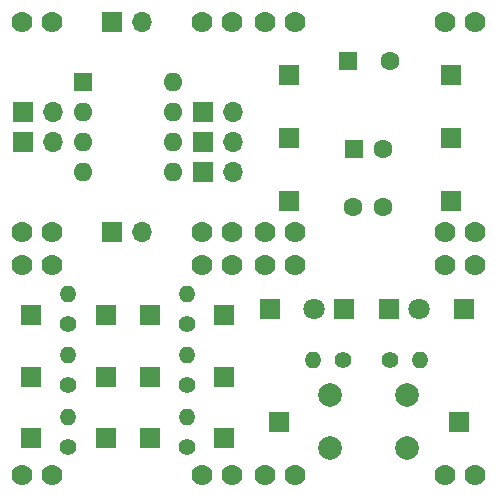
<source format=gbr>
%TF.GenerationSoftware,KiCad,Pcbnew,(6.0.7)*%
%TF.CreationDate,2022-09-26T02:54:28-06:00*%
%TF.ProjectId,HHC-MiniBadge-2022,4848432d-4d69-46e6-9942-616467652d32,v1.0*%
%TF.SameCoordinates,Original*%
%TF.FileFunction,Soldermask,Top*%
%TF.FilePolarity,Negative*%
%FSLAX46Y46*%
G04 Gerber Fmt 4.6, Leading zero omitted, Abs format (unit mm)*
G04 Created by KiCad (PCBNEW (6.0.7)) date 2022-09-26 02:54:28*
%MOMM*%
%LPD*%
G01*
G04 APERTURE LIST*
%ADD10R,1.700000X1.700000*%
%ADD11O,1.700000X1.700000*%
%ADD12C,1.778000*%
%ADD13R,1.600000X1.600000*%
%ADD14O,1.600000X1.600000*%
%ADD15C,2.000000*%
%ADD16O,1.400000X1.400000*%
%ADD17C,1.400000*%
%ADD18C,1.800000*%
%ADD19R,1.800000X1.800000*%
%ADD20C,1.600000*%
G04 APERTURE END LIST*
D10*
%TO.C,J29*%
X126952500Y-65805000D03*
D11*
X129492500Y-65805000D03*
%TD*%
D10*
%TO.C,J28*%
X126952500Y-83585000D03*
D11*
X129492500Y-83585000D03*
%TD*%
D10*
%TO.C,J5*%
X134680000Y-75970000D03*
D11*
X137220000Y-75970000D03*
%TD*%
D12*
%TO.C,U5*%
X139920000Y-65810000D03*
X142460000Y-65810000D03*
X155160000Y-65810000D03*
X157700000Y-65810000D03*
X139920000Y-83590000D03*
X142460000Y-83590000D03*
X155160000Y-83590000D03*
X157700000Y-83590000D03*
%TD*%
%TO.C,U4*%
X137180000Y-104110000D03*
X134640000Y-104110000D03*
X121940000Y-104110000D03*
X119400000Y-104110000D03*
X137180000Y-86330000D03*
X134640000Y-86330000D03*
X121940000Y-86330000D03*
X119400000Y-86330000D03*
%TD*%
%TO.C,U3*%
X157700000Y-104110000D03*
X155160000Y-104110000D03*
X142460000Y-104110000D03*
X139920000Y-104110000D03*
X157700000Y-86330000D03*
X155160000Y-86330000D03*
X142460000Y-86330000D03*
X139920000Y-86330000D03*
%TD*%
%TO.C,U2*%
X119400000Y-65810000D03*
X121940000Y-65810000D03*
X134640000Y-65810000D03*
X137180000Y-65810000D03*
X119400000Y-83590000D03*
X121940000Y-83590000D03*
X134640000Y-83590000D03*
X137180000Y-83590000D03*
%TD*%
D13*
%TO.C,U1*%
X124520000Y-70890000D03*
D14*
X124520000Y-73430000D03*
X124520000Y-75970000D03*
X124520000Y-78510000D03*
X132140000Y-78510000D03*
X132140000Y-75970000D03*
X132140000Y-73430000D03*
X132140000Y-70890000D03*
%TD*%
D15*
%TO.C,SW1*%
X151972500Y-101860000D03*
X145472500Y-101860000D03*
X145472500Y-97360000D03*
X151972500Y-97360000D03*
%TD*%
D16*
%TO.C,R8*%
X153060000Y-94400000D03*
D17*
X150520000Y-94400000D03*
%TD*%
D16*
%TO.C,R7*%
X144020000Y-94390000D03*
D17*
X146560000Y-94390000D03*
%TD*%
%TO.C,R6*%
X133322500Y-91330000D03*
D16*
X133322500Y-88790000D03*
%TD*%
D17*
%TO.C,R5*%
X123265278Y-96532500D03*
D16*
X123265278Y-93992500D03*
%TD*%
%TO.C,R4*%
X123265278Y-99195000D03*
D17*
X123265278Y-101735000D03*
%TD*%
%TO.C,R3*%
X123265278Y-91330000D03*
D16*
X123265278Y-88790000D03*
%TD*%
D17*
%TO.C,R2*%
X133322500Y-96532500D03*
D16*
X133322500Y-93992500D03*
%TD*%
%TO.C,R1*%
X133322500Y-99195000D03*
D17*
X133322500Y-101735000D03*
%TD*%
D10*
%TO.C,J27*%
X156775000Y-90115000D03*
%TD*%
%TO.C,J26*%
X140370000Y-90115000D03*
%TD*%
%TO.C,J25*%
X156410000Y-99635000D03*
%TD*%
%TO.C,J24*%
X141140000Y-99630000D03*
%TD*%
%TO.C,J23*%
X136510000Y-90605000D03*
%TD*%
%TO.C,J22*%
X126450000Y-95807500D03*
%TD*%
%TO.C,J21*%
X126450000Y-101010000D03*
%TD*%
%TO.C,J20*%
X130185000Y-90605000D03*
%TD*%
%TO.C,J19*%
X120130278Y-95807500D03*
%TD*%
%TO.C,J18*%
X120130278Y-101010000D03*
%TD*%
%TO.C,J17*%
X126450000Y-90605000D03*
%TD*%
%TO.C,J16*%
X136510000Y-95807500D03*
%TD*%
%TO.C,J15*%
X136510000Y-101010000D03*
%TD*%
%TO.C,J14*%
X120130278Y-90605000D03*
%TD*%
%TO.C,J13*%
X130185000Y-95807500D03*
%TD*%
%TO.C,J12*%
X130185000Y-101010000D03*
%TD*%
%TO.C,J11*%
X155655000Y-80945000D03*
%TD*%
%TO.C,J10*%
X155670000Y-75627500D03*
%TD*%
%TO.C,J9*%
X155670000Y-70310000D03*
%TD*%
%TO.C,J8*%
X141990000Y-80945000D03*
%TD*%
%TO.C,J7*%
X142005000Y-75627500D03*
%TD*%
%TO.C,J6*%
X142005000Y-70310000D03*
%TD*%
%TO.C,J4*%
X134680000Y-73430000D03*
D11*
X137220000Y-73430000D03*
%TD*%
D10*
%TO.C,J3*%
X119440000Y-75970000D03*
D11*
X121980000Y-75970000D03*
%TD*%
D10*
%TO.C,J2*%
X134680000Y-78510000D03*
D11*
X137220000Y-78510000D03*
%TD*%
D10*
%TO.C,J1*%
X119440000Y-73430000D03*
D11*
X121980000Y-73430000D03*
%TD*%
D18*
%TO.C,D2*%
X153005000Y-90090000D03*
D19*
X150465000Y-90090000D03*
%TD*%
D18*
%TO.C,D1*%
X144080000Y-90090000D03*
D19*
X146620000Y-90090000D03*
%TD*%
D20*
%TO.C,C3*%
X147410000Y-81410000D03*
X149910000Y-81410000D03*
%TD*%
D13*
%TO.C,C2*%
X147454888Y-76500000D03*
D20*
X149954888Y-76500000D03*
%TD*%
D13*
%TO.C,C1*%
X147007349Y-69070000D03*
D20*
X150507349Y-69070000D03*
%TD*%
M02*

</source>
